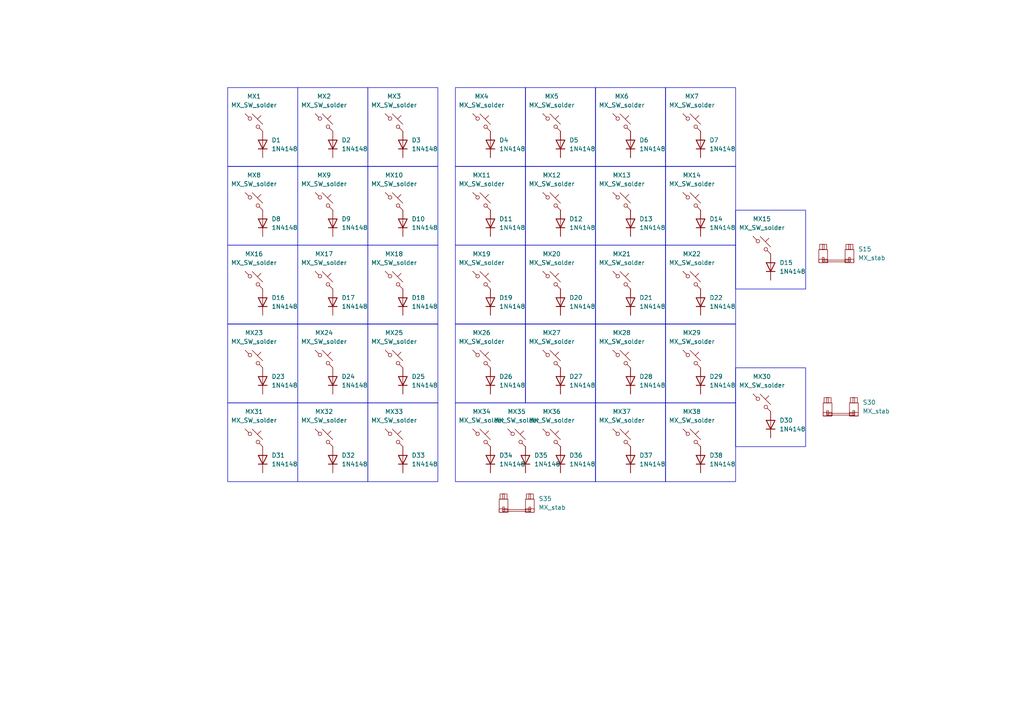
<source format=kicad_sch>
(kicad_sch (version 20250114) (generator "eeschema") (generator_version "9.0")
  (paper "A4")
  (lib_symbols
    (symbol "Device:D" (pin_numbers (hide yes)) (pin_names (offset 1.016) (hide yes))
      (property "Reference" "D" (at 0 2.54 0))
      (property "Value" "D" (at 0 -2.54 0))
      (symbol "D_0_1"
        (polyline (pts (xy -1.27 1.27) (xy -1.27 -1.27)) (stroke (width 0.254)))
        (polyline (pts (xy 1.27 1.27) (xy 1.27 -1.27) (xy -1.27 0) (xy 1.27 1.27)) (stroke (width 0.254)))
        (polyline (pts (xy 1.27 0) (xy -1.27 0)))
      )
      (symbol "D_1_1"
        (pin passive line (at -3.81 0 0) (length 2.54) (name "K") (number "1"))
        (pin passive line (at 3.81 0 180) (length 2.54) (name "A") (number "2"))
      )
    )
    (symbol "PCM_marbastlib-mx:MX_SW_solder" (pin_numbers (hide yes)) (pin_names (offset 1.016) (hide yes))
      (property "Reference" "MX" (at 3.048 1.016 0))
      (property "Value" "MX_SW_solder" (at 0 -3.81 0))
      (symbol "MX_SW_solder_0_1"
        (polyline (pts (xy -2.54 2.54) (xy -1.524 1.524) (xy -1.524 1.524)))
        (circle (center -1.1684 1.1684) (radius 0.508))
        (polyline (pts (xy -0.508 2.54) (xy 2.54 -0.508)))
        (polyline (pts (xy 1.016 1.016) (xy 2.032 2.032)))
        (circle (center 1.143 -1.1938) (radius 0.508))
        (polyline (pts (xy 1.524 -1.524) (xy 2.54 -2.54) (xy 2.54 -2.54) (xy 2.54 -2.54)))
        (pin passive line (at -2.54 2.54 0) (length 0) (name "1") (number "1"))
        (pin passive line (at 2.54 -2.54 180) (length 0) (name "2") (number "2"))
      )
    )
    (symbol "PCM_marbastlib-mx:MX_stab" (pin_names (offset 1.016))
      (property "Reference" "S" (at -5.08 6.35 0))
      (property "Value" "MX_stab" (at -5.08 3.81 0))
      (symbol "MX_stab_0_1"
        (rectangle (start -5.08 1.27) (end -2.54 -2.54))
        (rectangle (start -5.08 -1.524) (end -2.54 -2.54))
        (rectangle (start -4.826 2.794) (end -2.794 1.27))
        (rectangle (start -4.064 1.27) (end -3.556 2.794))
        (rectangle (start -4.064 -1.778) (end 4.064 -2.286))
        (rectangle (start -4.064 -2.286) (end -3.556 -1.016))
        (rectangle (start 2.54 1.27) (end 5.08 -2.54))
        (rectangle (start 2.54 -1.524) (end 5.08 -2.54))
        (rectangle (start 2.794 2.794) (end 4.826 1.27))
        (rectangle (start 3.556 1.27) (end 4.064 2.794))
        (rectangle (start 4.064 -2.286) (end 3.556 -1.016))
      )
    )
  )
  (rectangle (start 132.08 48.26) (end 152.4 71.12))
  (rectangle (start 66.04 25.4) (end 86.36 48.26))
  (rectangle (start 193.04 48.26) (end 213.36 71.12))
  (rectangle (start 172.72 71.12) (end 193.04 93.98))
  (rectangle (start 172.72 25.4) (end 193.04 48.26))
  (rectangle (start 152.4 25.4) (end 172.72 48.26))
  (rectangle (start 132.08 93.98) (end 152.4 116.84))
  (rectangle (start 66.04 71.12) (end 86.36 93.98))
  (rectangle (start 152.4 71.12) (end 172.72 93.98))
  (rectangle (start 193.04 93.98) (end 213.36 116.84))
  (rectangle (start 86.36 71.12) (end 106.68 93.98))
  (rectangle (start 66.04 116.84) (end 86.36 139.7))
  (rectangle (start 106.68 93.98) (end 127 116.84))
  (rectangle (start 106.68 25.4) (end 127 48.26))
  (rectangle (start 132.08 71.12) (end 152.4 93.98))
  (rectangle (start 172.72 48.26) (end 193.04 71.12))
  (rectangle (start 132.08 116.84) (end 172.72 139.7))
  (rectangle (start 86.36 116.84) (end 106.68 139.7))
  (rectangle (start 86.36 25.4) (end 106.68 48.26))
  (rectangle (start 172.72 116.84) (end 193.04 139.7))
  (rectangle (start 86.36 93.98) (end 106.68 116.84))
  (rectangle (start 132.08 25.4) (end 152.4 48.26))
  (rectangle (start 193.04 71.12) (end 213.36 93.98))
  (rectangle (start 213.36 60.96) (end 233.68 83.82))
  (rectangle (start 193.04 25.4) (end 213.36 48.26))
  (rectangle (start 66.04 93.98) (end 86.36 116.84))
  (rectangle (start 193.04 116.84) (end 213.36 139.7))
  (rectangle (start 213.36 106.68) (end 233.68 129.54))
  (rectangle (start 66.04 48.26) (end 86.36 71.12))
  (rectangle (start 86.36 48.26) (end 106.68 71.12))
  (rectangle (start 106.68 48.26) (end 127 71.12))
  (rectangle (start 152.4 93.98) (end 172.72 116.84))
  (rectangle (start 106.68 116.84) (end 127 139.7))
  (rectangle (start 152.4 48.26) (end 172.72 71.12))
  (rectangle (start 106.68 71.12) (end 127 93.98))
  (rectangle (start 172.72 93.98) (end 193.04 116.84))
  (symbol (lib_id "PCM_marbastlib-mx:MX_SW_solder") (at 114.3 127 0) (unit 1)
    (property "Reference" "MX33" (at 114.3 119.38 0))
    (property "Value" "MX_SW_solder" (at 114.3 121.92 0))
    (property "Footprint" "My-Fi Footprints:SW_MX_1u" (effects (hide yes)))
    (property "Description" "Push button switch, normally open, two pins, 45° tilted" (effects (hide yes)))
  )
  (symbol (lib_id "Device:D") (at 96.52 133.35 90) (unit 1)
    (property "Reference" "D32" (at 99.06 132.0799 90) (effects (justify right)))
    (property "Value" "1N4148" (at 99.06 134.6199 90) (effects (justify right)))
    (property "Footprint" "Diode_SMD:D_SOD-323_HandSoldering" (effects (hide yes)))
    (property "Description" "Diode" (effects (hide yes)))
    (property "Sim.Device" "D" (effects (hide yes)))
    (property "Sim.Pins" "1=K 2=A" (effects (hide yes)))
  )
  (symbol (lib_id "PCM_marbastlib-mx:MX_SW_solder") (at 149.86 127 0) (unit 1)
    (property "Reference" "MX35" (at 149.86 119.38 0))
    (property "Value" "MX_SW_solder" (at 149.86 121.92 0))
    (property "Footprint" "My-Fi Footprints:SW_MX_1u" (effects (hide yes)))
    (property "Description" "Push button switch, normally open, two pins, 45° tilted" (effects (hide yes)))
  )
  (symbol (lib_id "Device:D") (at 162.56 41.91 90) (unit 1)
    (property "Reference" "D5" (at 165.1 40.6399 90) (effects (justify right)))
    (property "Value" "1N4148" (at 165.1 43.1799 90) (effects (justify right)))
    (property "Footprint" "Diode_SMD:D_SOD-323_HandSoldering" (effects (hide yes)))
    (property "Description" "Diode" (effects (hide yes)))
    (property "Sim.Device" "D" (effects (hide yes)))
    (property "Sim.Pins" "1=K 2=A" (effects (hide yes)))
  )
  (symbol (lib_id "Device:D") (at 182.88 87.63 90) (unit 1)
    (property "Reference" "D21" (at 185.42 86.3599 90) (effects (justify right)))
    (property "Value" "1N4148" (at 185.42 88.8999 90) (effects (justify right)))
    (property "Footprint" "Diode_SMD:D_SOD-323_HandSoldering" (effects (hide yes)))
    (property "Description" "Diode" (effects (hide yes)))
    (property "Sim.Device" "D" (effects (hide yes)))
    (property "Sim.Pins" "1=K 2=A" (effects (hide yes)))
  )
  (symbol (lib_id "Device:D") (at 203.2 41.91 90) (unit 1)
    (property "Reference" "D7" (at 205.74 40.6399 90) (effects (justify right)))
    (property "Value" "1N4148" (at 205.74 43.1799 90) (effects (justify right)))
    (property "Footprint" "Diode_SMD:D_SOD-323_HandSoldering" (effects (hide yes)))
    (property "Description" "Diode" (effects (hide yes)))
    (property "Sim.Device" "D" (effects (hide yes)))
    (property "Sim.Pins" "1=K 2=A" (effects (hide yes)))
  )
  (symbol (lib_id "Device:D") (at 162.56 87.63 90) (unit 1)
    (property "Reference" "D20" (at 165.1 86.3599 90) (effects (justify right)))
    (property "Value" "1N4148" (at 165.1 88.8999 90) (effects (justify right)))
    (property "Footprint" "Diode_SMD:D_SOD-323_HandSoldering" (effects (hide yes)))
    (property "Description" "Diode" (effects (hide yes)))
    (property "Sim.Device" "D" (effects (hide yes)))
    (property "Sim.Pins" "1=K 2=A" (effects (hide yes)))
  )
  (symbol (lib_id "PCM_marbastlib-mx:MX_SW_solder") (at 114.3 81.28 0) (unit 1)
    (property "Reference" "MX18" (at 114.3 73.66 0))
    (property "Value" "MX_SW_solder" (at 114.3 76.2 0))
    (property "Footprint" "My-Fi Footprints:SW_MX_1u" (effects (hide yes)))
    (property "Description" "Push button switch, normally open, two pins, 45° tilted" (effects (hide yes)))
  )
  (symbol (lib_id "PCM_marbastlib-mx:MX_SW_solder") (at 200.66 35.56 0) (unit 1)
    (property "Reference" "MX7" (at 200.66 27.94 0))
    (property "Value" "MX_SW_solder" (at 200.66 30.48 0))
    (property "Footprint" "My-Fi Footprints:SW_MX_1u" (effects (hide yes)))
    (property "Description" "Push button switch, normally open, two pins, 45° tilted" (effects (hide yes)))
  )
  (symbol (lib_id "Device:D") (at 76.2 133.35 90) (unit 1)
    (property "Reference" "D31" (at 78.74 132.0799 90) (effects (justify right)))
    (property "Value" "1N4148" (at 78.74 134.6199 90) (effects (justify right)))
    (property "Footprint" "Diode_SMD:D_SOD-323_HandSoldering" (effects (hide yes)))
    (property "Description" "Diode" (effects (hide yes)))
    (property "Sim.Device" "D" (effects (hide yes)))
    (property "Sim.Pins" "1=K 2=A" (effects (hide yes)))
  )
  (symbol (lib_id "Device:D") (at 142.24 64.77 90) (unit 1)
    (property "Reference" "D11" (at 144.78 63.4999 90) (effects (justify right)))
    (property "Value" "1N4148" (at 144.78 66.0399 90) (effects (justify right)))
    (property "Footprint" "Diode_SMD:D_SOD-323_HandSoldering" (effects (hide yes)))
    (property "Description" "Diode" (effects (hide yes)))
    (property "Sim.Device" "D" (effects (hide yes)))
    (property "Sim.Pins" "1=K 2=A" (effects (hide yes)))
  )
  (symbol (lib_id "PCM_marbastlib-mx:MX_SW_solder") (at 160.02 127 0) (unit 1)
    (property "Reference" "MX36" (at 160.02 119.38 0))
    (property "Value" "MX_SW_solder" (at 160.02 121.92 0))
    (property "Footprint" "My-Fi Footprints:SW_MX_1u" (effects (hide yes)))
    (property "Description" "Push button switch, normally open, two pins, 45° tilted" (effects (hide yes)))
  )
  (symbol (lib_id "PCM_marbastlib-mx:MX_stab") (at 242.57 73.66 0) (unit 1)
    (property "Reference" "S15" (at 248.92 72.2629 0) (effects (justify left)))
    (property "Value" "MX_stab" (at 248.92 74.8029 0) (effects (justify left)))
    (property "Footprint" "My-Fi Footprints:STAB_MX_2u" (effects (hide yes)))
    (property "Description" "Cherry MX-style stabilizer" (effects (hide yes)))
  )
  (symbol (lib_id "PCM_marbastlib-mx:MX_SW_solder") (at 139.7 127 0) (unit 1)
    (property "Reference" "MX34" (at 139.7 119.38 0))
    (property "Value" "MX_SW_solder" (at 139.7 121.92 0))
    (property "Footprint" "My-Fi Footprints:SW_MX_1u" (effects (hide yes)))
    (property "Description" "Push button switch, normally open, two pins, 45° tilted" (effects (hide yes)))
  )
  (symbol (lib_id "PCM_marbastlib-mx:MX_SW_solder") (at 139.7 58.42 0) (unit 1)
    (property "Reference" "MX11" (at 139.7 50.8 0))
    (property "Value" "MX_SW_solder" (at 139.7 53.34 0))
    (property "Footprint" "My-Fi Footprints:SW_MX_1u" (effects (hide yes)))
    (property "Description" "Push button switch, normally open, two pins, 45° tilted" (effects (hide yes)))
  )
  (symbol (lib_id "Device:D") (at 182.88 41.91 90) (unit 1)
    (property "Reference" "D6" (at 185.42 40.6399 90) (effects (justify right)))
    (property "Value" "1N4148" (at 185.42 43.1799 90) (effects (justify right)))
    (property "Footprint" "Diode_SMD:D_SOD-323_HandSoldering" (effects (hide yes)))
    (property "Description" "Diode" (effects (hide yes)))
    (property "Sim.Device" "D" (effects (hide yes)))
    (property "Sim.Pins" "1=K 2=A" (effects (hide yes)))
  )
  (symbol (lib_id "Device:D") (at 203.2 133.35 90) (unit 1)
    (property "Reference" "D38" (at 205.74 132.0799 90) (effects (justify right)))
    (property "Value" "1N4148" (at 205.74 134.6199 90) (effects (justify right)))
    (property "Footprint" "Diode_SMD:D_SOD-323_HandSoldering" (effects (hide yes)))
    (property "Description" "Diode" (effects (hide yes)))
    (property "Sim.Device" "D" (effects (hide yes)))
    (property "Sim.Pins" "1=K 2=A" (effects (hide yes)))
  )
  (symbol (lib_id "PCM_marbastlib-mx:MX_SW_solder") (at 93.98 81.28 0) (unit 1)
    (property "Reference" "MX17" (at 93.98 73.66 0))
    (property "Value" "MX_SW_solder" (at 93.98 76.2 0))
    (property "Footprint" "My-Fi Footprints:SW_MX_1u" (effects (hide yes)))
    (property "Description" "Push button switch, normally open, two pins, 45° tilted" (effects (hide yes)))
  )
  (symbol (lib_id "Device:D") (at 96.52 64.77 90) (unit 1)
    (property "Reference" "D9" (at 99.06 63.4999 90) (effects (justify right)))
    (property "Value" "1N4148" (at 99.06 66.0399 90) (effects (justify right)))
    (property "Footprint" "Diode_SMD:D_SOD-323_HandSoldering" (effects (hide yes)))
    (property "Description" "Diode" (effects (hide yes)))
    (property "Sim.Device" "D" (effects (hide yes)))
    (property "Sim.Pins" "1=K 2=A" (effects (hide yes)))
  )
  (symbol (lib_id "Device:D") (at 116.84 41.91 90) (unit 1)
    (property "Reference" "D3" (at 119.38 40.6399 90) (effects (justify right)))
    (property "Value" "1N4148" (at 119.38 43.1799 90) (effects (justify right)))
    (property "Footprint" "Diode_SMD:D_SOD-323_HandSoldering" (effects (hide yes)))
    (property "Description" "Diode" (effects (hide yes)))
    (property "Sim.Device" "D" (effects (hide yes)))
    (property "Sim.Pins" "1=K 2=A" (effects (hide yes)))
  )
  (symbol (lib_id "PCM_marbastlib-mx:MX_SW_solder") (at 139.7 81.28 0) (unit 1)
    (property "Reference" "MX19" (at 139.7 73.66 0))
    (property "Value" "MX_SW_solder" (at 139.7 76.2 0))
    (property "Footprint" "My-Fi Footprints:SW_MX_1u" (effects (hide yes)))
    (property "Description" "Push button switch, normally open, two pins, 45° tilted" (effects (hide yes)))
  )
  (symbol (lib_id "Device:D") (at 203.2 64.77 90) (unit 1)
    (property "Reference" "D14" (at 205.74 63.4999 90) (effects (justify right)))
    (property "Value" "1N4148" (at 205.74 66.0399 90) (effects (justify right)))
    (property "Footprint" "Diode_SMD:D_SOD-323_HandSoldering" (effects (hide yes)))
    (property "Description" "Diode" (effects (hide yes)))
    (property "Sim.Device" "D" (effects (hide yes)))
    (property "Sim.Pins" "1=K 2=A" (effects (hide yes)))
  )
  (symbol (lib_id "Device:D") (at 182.88 64.77 90) (unit 1)
    (property "Reference" "D13" (at 185.42 63.4999 90) (effects (justify right)))
    (property "Value" "1N4148" (at 185.42 66.0399 90) (effects (justify right)))
    (property "Footprint" "Diode_SMD:D_SOD-323_HandSoldering" (effects (hide yes)))
    (property "Description" "Diode" (effects (hide yes)))
    (property "Sim.Device" "D" (effects (hide yes)))
    (property "Sim.Pins" "1=K 2=A" (effects (hide yes)))
  )
  (symbol (lib_id "PCM_marbastlib-mx:MX_SW_solder") (at 180.34 35.56 0) (unit 1)
    (property "Reference" "MX6" (at 180.34 27.94 0))
    (property "Value" "MX_SW_solder" (at 180.34 30.48 0))
    (property "Footprint" "My-Fi Footprints:SW_MX_1u" (effects (hide yes)))
    (property "Description" "Push button switch, normally open, two pins, 45° tilted" (effects (hide yes)))
  )
  (symbol (lib_id "PCM_marbastlib-mx:MX_SW_solder") (at 139.7 35.56 0) (unit 1)
    (property "Reference" "MX4" (at 139.7 27.94 0))
    (property "Value" "MX_SW_solder" (at 139.7 30.48 0))
    (property "Footprint" "My-Fi Footprints:SW_MX_1u" (effects (hide yes)))
    (property "Description" "Push button switch, normally open, two pins, 45° tilted" (effects (hide yes)))
  )
  (symbol (lib_id "PCM_marbastlib-mx:MX_SW_solder") (at 73.66 104.14 0) (unit 1)
    (property "Reference" "MX23" (at 73.66 96.52 0))
    (property "Value" "MX_SW_solder" (at 73.66 99.06 0))
    (property "Footprint" "My-Fi Footprints:SW_MX_1u" (effects (hide yes)))
    (property "Description" "Push button switch, normally open, two pins, 45° tilted" (effects (hide yes)))
  )
  (symbol (lib_id "PCM_marbastlib-mx:MX_stab") (at 243.84 118.11 0) (unit 1)
    (property "Reference" "S30" (at 250.19 116.7129 0) (effects (justify left)))
    (property "Value" "MX_stab" (at 250.19 119.2529 0) (effects (justify left)))
    (property "Footprint" "My-Fi Footprints:STAB_MX_2u" (effects (hide yes)))
    (property "Description" "Cherry MX-style stabilizer" (effects (hide yes)))
  )
  (symbol (lib_id "PCM_marbastlib-mx:MX_SW_solder") (at 73.66 81.28 0) (unit 1)
    (property "Reference" "MX16" (at 73.66 73.66 0))
    (property "Value" "MX_SW_solder" (at 73.66 76.2 0))
    (property "Footprint" "My-Fi Footprints:SW_MX_1u" (effects (hide yes)))
    (property "Description" "Push button switch, normally open, two pins, 45° tilted" (effects (hide yes)))
  )
  (symbol (lib_id "Device:D") (at 76.2 110.49 90) (unit 1)
    (property "Reference" "D23" (at 78.74 109.2199 90) (effects (justify right)))
    (property "Value" "1N4148" (at 78.74 111.7599 90) (effects (justify right)))
    (property "Footprint" "Diode_SMD:D_SOD-323_HandSoldering" (effects (hide yes)))
    (property "Description" "Diode" (effects (hide yes)))
    (property "Sim.Device" "D" (effects (hide yes)))
    (property "Sim.Pins" "1=K 2=A" (effects (hide yes)))
  )
  (symbol (lib_id "Device:D") (at 116.84 133.35 90) (unit 1)
    (property "Reference" "D33" (at 119.38 132.0799 90) (effects (justify right)))
    (property "Value" "1N4148" (at 119.38 134.6199 90) (effects (justify right)))
    (property "Footprint" "Diode_SMD:D_SOD-323_HandSoldering" (effects (hide yes)))
    (property "Description" "Diode" (effects (hide yes)))
    (property "Sim.Device" "D" (effects (hide yes)))
    (property "Sim.Pins" "1=K 2=A" (effects (hide yes)))
  )
  (symbol (lib_id "Device:D") (at 142.24 87.63 90) (unit 1)
    (property "Reference" "D19" (at 144.78 86.3599 90) (effects (justify right)))
    (property "Value" "1N4148" (at 144.78 88.8999 90) (effects (justify right)))
    (property "Footprint" "Diode_SMD:D_SOD-323_HandSoldering" (effects (hide yes)))
    (property "Description" "Diode" (effects (hide yes)))
    (property "Sim.Device" "D" (effects (hide yes)))
    (property "Sim.Pins" "1=K 2=A" (effects (hide yes)))
  )
  (symbol (lib_id "PCM_marbastlib-mx:MX_SW_solder") (at 73.66 127 0) (unit 1)
    (property "Reference" "MX31" (at 73.66 119.38 0))
    (property "Value" "MX_SW_solder" (at 73.66 121.92 0))
    (property "Footprint" "My-Fi Footprints:SW_MX_1u" (effects (hide yes)))
    (property "Description" "Push button switch, normally open, two pins, 45° tilted" (effects (hide yes)))
  )
  (symbol (lib_id "PCM_marbastlib-mx:MX_SW_solder") (at 220.98 71.12 0) (unit 1)
    (property "Reference" "MX15" (at 220.98 63.5 0))
    (property "Value" "MX_SW_solder" (at 220.98 66.04 0))
    (property "Footprint" "My-Fi Footprints:SW_MX_1u" (effects (hide yes)))
    (property "Description" "Push button switch, normally open, two pins, 45° tilted" (effects (hide yes)))
  )
  (symbol (lib_id "Device:D") (at 162.56 64.77 90) (unit 1)
    (property "Reference" "D12" (at 165.1 63.4999 90) (effects (justify right)))
    (property "Value" "1N4148" (at 165.1 66.0399 90) (effects (justify right)))
    (property "Footprint" "Diode_SMD:D_SOD-323_HandSoldering" (effects (hide yes)))
    (property "Description" "Diode" (effects (hide yes)))
    (property "Sim.Device" "D" (effects (hide yes)))
    (property "Sim.Pins" "1=K 2=A" (effects (hide yes)))
  )
  (symbol (lib_id "Device:D") (at 116.84 87.63 90) (unit 1)
    (property "Reference" "D18" (at 119.38 86.3599 90) (effects (justify right)))
    (property "Value" "1N4148" (at 119.38 88.8999 90) (effects (justify right)))
    (property "Footprint" "Diode_SMD:D_SOD-323_HandSoldering" (effects (hide yes)))
    (property "Description" "Diode" (effects (hide yes)))
    (property "Sim.Device" "D" (effects (hide yes)))
    (property "Sim.Pins" "1=K 2=A" (effects (hide yes)))
  )
  (symbol (lib_id "PCM_marbastlib-mx:MX_SW_solder") (at 93.98 35.56 0) (unit 1)
    (property "Reference" "MX2" (at 93.98 27.94 0))
    (property "Value" "MX_SW_solder" (at 93.98 30.48 0))
    (property "Footprint" "My-Fi Footprints:SW_MX_1u" (effects (hide yes)))
    (property "Description" "Push button switch, normally open, two pins, 45° tilted" (effects (hide yes)))
  )
  (symbol (lib_id "Device:D") (at 152.4 133.35 90) (unit 1)
    (property "Reference" "D35" (at 154.94 132.0799 90) (effects (justify right)))
    (property "Value" "1N4148" (at 154.94 134.6199 90) (effects (justify right)))
    (property "Footprint" "Diode_SMD:D_SOD-323_HandSoldering" (effects (hide yes)))
    (property "Description" "Diode" (effects (hide yes)))
    (property "Sim.Device" "D" (effects (hide yes)))
    (property "Sim.Pins" "1=K 2=A" (effects (hide yes)))
  )
  (symbol (lib_id "Device:D") (at 76.2 41.91 90) (unit 1)
    (property "Reference" "D1" (at 78.74 40.6399 90) (effects (justify right)))
    (property "Value" "1N4148" (at 78.74 43.1799 90) (effects (justify right)))
    (property "Footprint" "Diode_SMD:D_SOD-323_HandSoldering" (effects (hide yes)))
    (property "Description" "Diode" (effects (hide yes)))
    (property "Sim.Device" "D" (effects (hide yes)))
    (property "Sim.Pins" "1=K 2=A" (effects (hide yes)))
  )
  (symbol (lib_id "Device:D") (at 223.52 123.19 90) (unit 1)
    (property "Reference" "D30" (at 226.06 121.9199 90) (effects (justify right)))
    (property "Value" "1N4148" (at 226.06 124.4599 90) (effects (justify right)))
    (property "Footprint" "Diode_SMD:D_SOD-323_HandSoldering" (effects (hide yes)))
    (property "Description" "Diode" (effects (hide yes)))
    (property "Sim.Device" "D" (effects (hide yes)))
    (property "Sim.Pins" "1=K 2=A" (effects (hide yes)))
  )
  (symbol (lib_id "Device:D") (at 162.56 133.35 90) (unit 1)
    (property "Reference" "D36" (at 165.1 132.0799 90) (effects (justify right)))
    (property "Value" "1N4148" (at 165.1 134.6199 90) (effects (justify right)))
    (property "Footprint" "Diode_SMD:D_SOD-323_HandSoldering" (effects (hide yes)))
    (property "Description" "Diode" (effects (hide yes)))
    (property "Sim.Device" "D" (effects (hide yes)))
    (property "Sim.Pins" "1=K 2=A" (effects (hide yes)))
  )
  (symbol (lib_id "PCM_marbastlib-mx:MX_SW_solder") (at 114.3 35.56 0) (unit 1)
    (property "Reference" "MX3" (at 114.3 27.94 0))
    (property "Value" "MX_SW_solder" (at 114.3 30.48 0))
    (property "Footprint" "My-Fi Footprints:SW_MX_1u" (effects (hide yes)))
    (property "Description" "Push button switch, normally open, two pins, 45° tilted" (effects (hide yes)))
  )
  (symbol (lib_id "PCM_marbastlib-mx:MX_SW_solder") (at 160.02 35.56 0) (unit 1)
    (property "Reference" "MX5" (at 160.02 27.94 0))
    (property "Value" "MX_SW_solder" (at 160.02 30.48 0))
    (property "Footprint" "My-Fi Footprints:SW_MX_1u" (effects (hide yes)))
    (property "Description" "Push button switch, normally open, two pins, 45° tilted" (effects (hide yes)))
  )
  (symbol (lib_id "Device:D") (at 76.2 64.77 90) (unit 1)
    (property "Reference" "D8" (at 78.74 63.4999 90) (effects (justify right)))
    (property "Value" "1N4148" (at 78.74 66.0399 90) (effects (justify right)))
    (property "Footprint" "Diode_SMD:D_SOD-323_HandSoldering" (effects (hide yes)))
    (property "Description" "Diode" (effects (hide yes)))
    (property "Sim.Device" "D" (effects (hide yes)))
    (property "Sim.Pins" "1=K 2=A" (effects (hide yes)))
  )
  (symbol (lib_id "PCM_marbastlib-mx:MX_SW_solder") (at 93.98 127 0) (unit 1)
    (property "Reference" "MX32" (at 93.98 119.38 0))
    (property "Value" "MX_SW_solder" (at 93.98 121.92 0))
    (property "Footprint" "My-Fi Footprints:SW_MX_1u" (effects (hide yes)))
    (property "Description" "Push button switch, normally open, two pins, 45° tilted" (effects (hide yes)))
  )
  (symbol (lib_id "Device:D") (at 142.24 133.35 90) (unit 1)
    (property "Reference" "D34" (at 144.78 132.0799 90) (effects (justify right)))
    (property "Value" "1N4148" (at 144.78 134.6199 90) (effects (justify right)))
    (property "Footprint" "Diode_SMD:D_SOD-323_HandSoldering" (effects (hide yes)))
    (property "Description" "Diode" (effects (hide yes)))
    (property "Sim.Device" "D" (effects (hide yes)))
    (property "Sim.Pins" "1=K 2=A" (effects (hide yes)))
  )
  (symbol (lib_id "PCM_marbastlib-mx:MX_stab") (at 149.86 146.05 0) (unit 1)
    (property "Reference" "S35" (at 156.21 144.6529 0) (effects (justify left)))
    (property "Value" "MX_stab" (at 156.21 147.1929 0) (effects (justify left)))
    (property "Footprint" "My-Fi Footprints:STAB_MX_2u" (effects (hide yes)))
    (property "Description" "Cherry MX-style stabilizer" (effects (hide yes)))
  )
  (symbol (lib_id "PCM_marbastlib-mx:MX_SW_solder") (at 180.34 104.14 0) (unit 1)
    (property "Reference" "MX28" (at 180.34 96.52 0))
    (property "Value" "MX_SW_solder" (at 180.34 99.06 0))
    (property "Footprint" "My-Fi Footprints:SW_MX_1u" (effects (hide yes)))
    (property "Description" "Push button switch, normally open, two pins, 45° tilted" (effects (hide yes)))
  )
  (symbol (lib_id "Device:D") (at 182.88 110.49 90) (unit 1)
    (property "Reference" "D28" (at 185.42 109.2199 90) (effects (justify right)))
    (property "Value" "1N4148" (at 185.42 111.7599 90) (effects (justify right)))
    (property "Footprint" "Diode_SMD:D_SOD-323_HandSoldering" (effects (hide yes)))
    (property "Description" "Diode" (effects (hide yes)))
    (property "Sim.Device" "D" (effects (hide yes)))
    (property "Sim.Pins" "1=K 2=A" (effects (hide yes)))
  )
  (symbol (lib_id "Device:D") (at 116.84 64.77 90) (unit 1)
    (property "Reference" "D10" (at 119.38 63.4999 90) (effects (justify right)))
    (property "Value" "1N4148" (at 119.38 66.0399 90) (effects (justify right)))
    (property "Footprint" "Diode_SMD:D_SOD-323_HandSoldering" (effects (hide yes)))
    (property "Description" "Diode" (effects (hide yes)))
    (property "Sim.Device" "D" (effects (hide yes)))
    (property "Sim.Pins" "1=K 2=A" (effects (hide yes)))
  )
  (symbol (lib_id "PCM_marbastlib-mx:MX_SW_solder") (at 114.3 58.42 0) (unit 1)
    (property "Reference" "MX10" (at 114.3 50.8 0))
    (property "Value" "MX_SW_solder" (at 114.3 53.34 0))
    (property "Footprint" "My-Fi Footprints:SW_MX_1u" (effects (hide yes)))
    (property "Description" "Push button switch, normally open, two pins, 45° tilted" (effects (hide yes)))
  )
  (symbol (lib_id "PCM_marbastlib-mx:MX_SW_solder") (at 180.34 81.28 0) (unit 1)
    (property "Reference" "MX21" (at 180.34 73.66 0))
    (property "Value" "MX_SW_solder" (at 180.34 76.2 0))
    (property "Footprint" "My-Fi Footprints:SW_MX_1u" (effects (hide yes)))
    (property "Description" "Push button switch, normally open, two pins, 45° tilted" (effects (hide yes)))
  )
  (symbol (lib_id "Device:D") (at 203.2 87.63 90) (unit 1)
    (property "Reference" "D22" (at 205.74 86.3599 90) (effects (justify right)))
    (property "Value" "1N4148" (at 205.74 88.8999 90) (effects (justify right)))
    (property "Footprint" "Diode_SMD:D_SOD-323_HandSoldering" (effects (hide yes)))
    (property "Description" "Diode" (effects (hide yes)))
    (property "Sim.Device" "D" (effects (hide yes)))
    (property "Sim.Pins" "1=K 2=A" (effects (hide yes)))
  )
  (symbol (lib_id "Device:D") (at 96.52 110.49 90) (unit 1)
    (property "Reference" "D24" (at 99.06 109.2199 90) (effects (justify right)))
    (property "Value" "1N4148" (at 99.06 111.7599 90) (effects (justify right)))
    (property "Footprint" "Diode_SMD:D_SOD-323_HandSoldering" (effects (hide yes)))
    (property "Description" "Diode" (effects (hide yes)))
    (property "Sim.Device" "D" (effects (hide yes)))
    (property "Sim.Pins" "1=K 2=A" (effects (hide yes)))
  )
  (symbol (lib_id "PCM_marbastlib-mx:MX_SW_solder") (at 200.66 104.14 0) (unit 1)
    (property "Reference" "MX29" (at 200.66 96.52 0))
    (property "Value" "MX_SW_solder" (at 200.66 99.06 0))
    (property "Footprint" "My-Fi Footprints:SW_MX_1u" (effects (hide yes)))
    (property "Description" "Push button switch, normally open, two pins, 45° tilted" (effects (hide yes)))
  )
  (symbol (lib_id "PCM_marbastlib-mx:MX_SW_solder") (at 160.02 81.28 0) (unit 1)
    (property "Reference" "MX20" (at 160.02 73.66 0))
    (property "Value" "MX_SW_solder" (at 160.02 76.2 0))
    (property "Footprint" "My-Fi Footprints:SW_MX_1u" (effects (hide yes)))
    (property "Description" "Push button switch, normally open, two pins, 45° tilted" (effects (hide yes)))
  )
  (symbol (lib_id "PCM_marbastlib-mx:MX_SW_solder") (at 114.3 104.14 0) (unit 1)
    (property "Reference" "MX25" (at 114.3 96.52 0))
    (property "Value" "MX_SW_solder" (at 114.3 99.06 0))
    (property "Footprint" "My-Fi Footprints:SW_MX_1u" (effects (hide yes)))
    (property "Description" "Push button switch, normally open, two pins, 45° tilted" (effects (hide yes)))
  )
  (symbol (lib_id "Device:D") (at 76.2 87.63 90) (unit 1)
    (property "Reference" "D16" (at 78.74 86.3599 90) (effects (justify right)))
    (property "Value" "1N4148" (at 78.74 88.8999 90) (effects (justify right)))
    (property "Footprint" "Diode_SMD:D_SOD-323_HandSoldering" (effects (hide yes)))
    (property "Description" "Diode" (effects (hide yes)))
    (property "Sim.Device" "D" (effects (hide yes)))
    (property "Sim.Pins" "1=K 2=A" (effects (hide yes)))
  )
  (symbol (lib_id "PCM_marbastlib-mx:MX_SW_solder") (at 73.66 58.42 0) (unit 1)
    (property "Reference" "MX8" (at 73.66 50.8 0))
    (property "Value" "MX_SW_solder" (at 73.66 53.34 0))
    (property "Footprint" "My-Fi Footprints:SW_MX_1u" (effects (hide yes)))
    (property "Description" "Push button switch, normally open, two pins, 45° tilted" (effects (hide yes)))
  )
  (symbol (lib_id "Device:D") (at 96.52 41.91 90) (unit 1)
    (property "Reference" "D2" (at 99.06 40.6399 90) (effects (justify right)))
    (property "Value" "1N4148" (at 99.06 43.1799 90) (effects (justify right)))
    (property "Footprint" "Diode_SMD:D_SOD-323_HandSoldering" (effects (hide yes)))
    (property "Description" "Diode" (effects (hide yes)))
    (property "Sim.Device" "D" (effects (hide yes)))
    (property "Sim.Pins" "1=K 2=A" (effects (hide yes)))
  )
  (symbol (lib_id "PCM_marbastlib-mx:MX_SW_solder") (at 220.98 116.84 0) (unit 1)
    (property "Reference" "MX30" (at 220.98 109.22 0))
    (property "Value" "MX_SW_solder" (at 220.98 111.76 0))
    (property "Footprint" "My-Fi Footprints:SW_MX_1u" (effects (hide yes)))
    (property "Description" "Push button switch, normally open, two pins, 45° tilted" (effects (hide yes)))
  )
  (symbol (lib_id "Device:D") (at 142.24 41.91 90) (unit 1)
    (property "Reference" "D4" (at 144.78 40.6399 90) (effects (justify right)))
    (property "Value" "1N4148" (at 144.78 43.1799 90) (effects (justify right)))
    (property "Footprint" "Diode_SMD:D_SOD-323_HandSoldering" (effects (hide yes)))
    (property "Description" "Diode" (effects (hide yes)))
    (property "Sim.Device" "D" (effects (hide yes)))
    (property "Sim.Pins" "1=K 2=A" (effects (hide yes)))
  )
  (symbol (lib_id "PCM_marbastlib-mx:MX_SW_solder") (at 73.66 35.56 0) (unit 1)
    (property "Reference" "MX1" (at 73.66 27.94 0))
    (property "Value" "MX_SW_solder" (at 73.66 30.48 0))
    (property "Footprint" "My-Fi Footprints:SW_MX_1u" (effects (hide yes)))
    (property "Description" "Push button switch, normally open, two pins, 45° tilted" (effects (hide yes)))
  )
  (symbol (lib_id "PCM_marbastlib-mx:MX_SW_solder") (at 180.34 127 0) (unit 1)
    (property "Reference" "MX37" (at 180.34 119.38 0))
    (property "Value" "MX_SW_solder" (at 180.34 121.92 0))
    (property "Footprint" "My-Fi Footprints:SW_MX_1u" (effects (hide yes)))
    (property "Description" "Push button switch, normally open, two pins, 45° tilted" (effects (hide yes)))
  )
  (symbol (lib_id "PCM_marbastlib-mx:MX_SW_solder") (at 139.7 104.14 0) (unit 1)
    (property "Reference" "MX26" (at 139.7 96.52 0))
    (property "Value" "MX_SW_solder" (at 139.7 99.06 0))
    (property "Footprint" "My-Fi Footprints:SW_MX_1u" (effects (hide yes)))
    (property "Description" "Push button switch, normally open, two pins, 45° tilted" (effects (hide yes)))
  )
  (symbol (lib_id "PCM_marbastlib-mx:MX_SW_solder") (at 200.66 58.42 0) (unit 1)
    (property "Reference" "MX14" (at 200.66 50.8 0))
    (property "Value" "MX_SW_solder" (at 200.66 53.34 0))
    (property "Footprint" "My-Fi Footprints:SW_MX_1u" (effects (hide yes)))
    (property "Description" "Push button switch, normally open, two pins, 45° tilted" (effects (hide yes)))
  )
  (symbol (lib_id "PCM_marbastlib-mx:MX_SW_solder") (at 93.98 58.42 0) (unit 1)
    (property "Reference" "MX9" (at 93.98 50.8 0))
    (property "Value" "MX_SW_solder" (at 93.98 53.34 0))
    (property "Footprint" "My-Fi Footprints:SW_MX_1u" (effects (hide yes)))
    (property "Description" "Push button switch, normally open, two pins, 45° tilted" (effects (hide yes)))
  )
  (symbol (lib_id "Device:D") (at 203.2 110.49 90) (unit 1)
    (property "Reference" "D29" (at 205.74 109.2199 90) (effects (justify right)))
    (property "Value" "1N4148" (at 205.74 111.7599 90) (effects (justify right)))
    (property "Footprint" "Diode_SMD:D_SOD-323_HandSoldering" (effects (hide yes)))
    (property "Description" "Diode" (effects (hide yes)))
    (property "Sim.Device" "D" (effects (hide yes)))
    (property "Sim.Pins" "1=K 2=A" (effects (hide yes)))
  )
  (symbol (lib_id "Device:D") (at 182.88 133.35 90) (unit 1)
    (property "Reference" "D37" (at 185.42 132.0799 90) (effects (justify right)))
    (property "Value" "1N4148" (at 185.42 134.6199 90) (effects (justify right)))
    (property "Footprint" "Diode_SMD:D_SOD-323_HandSoldering" (effects (hide yes)))
    (property "Description" "Diode" (effects (hide yes)))
    (property "Sim.Device" "D" (effects (hide yes)))
    (property "Sim.Pins" "1=K 2=A" (effects (hide yes)))
  )
  (symbol (lib_id "PCM_marbastlib-mx:MX_SW_solder") (at 160.02 104.14 0) (unit 1)
    (property "Reference" "MX27" (at 160.02 96.52 0))
    (property "Value" "MX_SW_solder" (at 160.02 99.06 0))
    (property "Footprint" "My-Fi Footprints:SW_MX_1u" (effects (hide yes)))
    (property "Description" "Push button switch, normally open, two pins, 45° tilted" (effects (hide yes)))
  )
  (symbol (lib_id "Device:D") (at 116.84 110.49 90) (unit 1)
    (property "Reference" "D25" (at 119.38 109.2199 90) (effects (justify right)))
    (property "Value" "1N4148" (at 119.38 111.7599 90) (effects (justify right)))
    (property "Footprint" "Diode_SMD:D_SOD-323_HandSoldering" (effects (hide yes)))
    (property "Description" "Diode" (effects (hide yes)))
    (property "Sim.Device" "D" (effects (hide yes)))
    (property "Sim.Pins" "1=K 2=A" (effects (hide yes)))
  )
  (symbol (lib_id "Device:D") (at 223.52 77.47 90) (unit 1)
    (property "Reference" "D15" (at 226.06 76.1999 90) (effects (justify right)))
    (property "Value" "1N4148" (at 226.06 78.7399 90) (effects (justify right)))
    (property "Footprint" "Diode_SMD:D_SOD-323_HandSoldering" (effects (hide yes)))
    (property "Description" "Diode" (effects (hide yes)))
    (property "Sim.Device" "D" (effects (hide yes)))
    (property "Sim.Pins" "1=K 2=A" (effects (hide yes)))
  )
  (symbol (lib_id "Device:D") (at 162.56 110.49 90) (unit 1)
    (property "Reference" "D27" (at 165.1 109.2199 90) (effects (justify right)))
    (property "Value" "1N4148" (at 165.1 111.7599 90) (effects (justify right)))
    (property "Footprint" "Diode_SMD:D_SOD-323_HandSoldering" (effects (hide yes)))
    (property "Description" "Diode" (effects (hide yes)))
    (property "Sim.Device" "D" (effects (hide yes)))
    (property "Sim.Pins" "1=K 2=A" (effects (hide yes)))
  )
  (symbol (lib_id "Device:D") (at 96.52 87.63 90) (unit 1)
    (property "Reference" "D17" (at 99.06 86.3599 90) (effects (justify right)))
    (property "Value" "1N4148" (at 99.06 88.8999 90) (effects (justify right)))
    (property "Footprint" "Diode_SMD:D_SOD-323_HandSoldering" (effects (hide yes)))
    (property "Description" "Diode" (effects (hide yes)))
    (property "Sim.Device" "D" (effects (hide yes)))
    (property "Sim.Pins" "1=K 2=A" (effects (hide yes)))
  )
  (symbol (lib_id "PCM_marbastlib-mx:MX_SW_solder") (at 180.34 58.42 0) (unit 1)
    (property "Reference" "MX13" (at 180.34 50.8 0))
    (property "Value" "MX_SW_solder" (at 180.34 53.34 0))
    (property "Footprint" "My-Fi Footprints:SW_MX_1u" (effects (hide yes)))
    (property "Description" "Push button switch, normally open, two pins, 45° tilted" (effects (hide yes)))
  )
  (symbol (lib_id "Device:D") (at 142.24 110.49 90) (unit 1)
    (property "Reference" "D26" (at 144.78 109.2199 90) (effects (justify right)))
    (property "Value" "1N4148" (at 144.78 111.7599 90) (effects (justify right)))
    (property "Footprint" "Diode_SMD:D_SOD-323_HandSoldering" (effects (hide yes)))
    (property "Description" "Diode" (effects (hide yes)))
    (property "Sim.Device" "D" (effects (hide yes)))
    (property "Sim.Pins" "1=K 2=A" (effects (hide yes)))
  )
  (symbol (lib_id "PCM_marbastlib-mx:MX_SW_solder") (at 160.02 58.42 0) (unit 1)
    (property "Reference" "MX12" (at 160.02 50.8 0))
    (property "Value" "MX_SW_solder" (at 160.02 53.34 0))
    (property "Footprint" "My-Fi Footprints:SW_MX_1u" (effects (hide yes)))
    (property "Description" "Push button switch, normally open, two pins, 45° tilted" (effects (hide yes)))
  )
  (symbol (lib_id "PCM_marbastlib-mx:MX_SW_solder") (at 200.66 81.28 0) (unit 1)
    (property "Reference" "MX22" (at 200.66 73.66 0))
    (property "Value" "MX_SW_solder" (at 200.66 76.2 0))
    (property "Footprint" "My-Fi Footprints:SW_MX_1u" (effects (hide yes)))
    (property "Description" "Push button switch, normally open, two pins, 45° tilted" (effects (hide yes)))
  )
  (symbol (lib_id "PCM_marbastlib-mx:MX_SW_solder") (at 93.98 104.14 0) (unit 1)
    (property "Reference" "MX24" (at 93.98 96.52 0))
    (property "Value" "MX_SW_solder" (at 93.98 99.06 0))
    (property "Footprint" "My-Fi Footprints:SW_MX_1u" (effects (hide yes)))
    (property "Description" "Push button switch, normally open, two pins, 45° tilted" (effects (hide yes)))
  )
  (symbol (lib_id "PCM_marbastlib-mx:MX_SW_solder") (at 200.66 127 0) (unit 1)
    (property "Reference" "MX38" (at 200.66 119.38 0))
    (property "Value" "MX_SW_solder" (at 200.66 121.92 0))
    (property "Footprint" "My-Fi Footprints:SW_MX_1u" (effects (hide yes)))
    (property "Description" "Push button switch, normally open, two pins, 45° tilted" (effects (hide yes)))
  )
)
</source>
